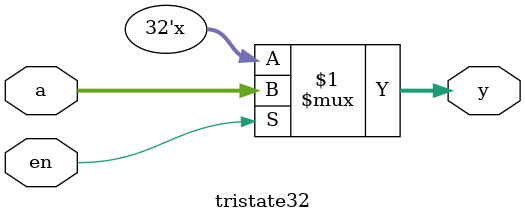
<source format=sv>
module tristate32(input logic [31:0] a, input logic en, output tri [31:0] y);

assign y = en ? a : 32'bz;
endmodule	
</source>
